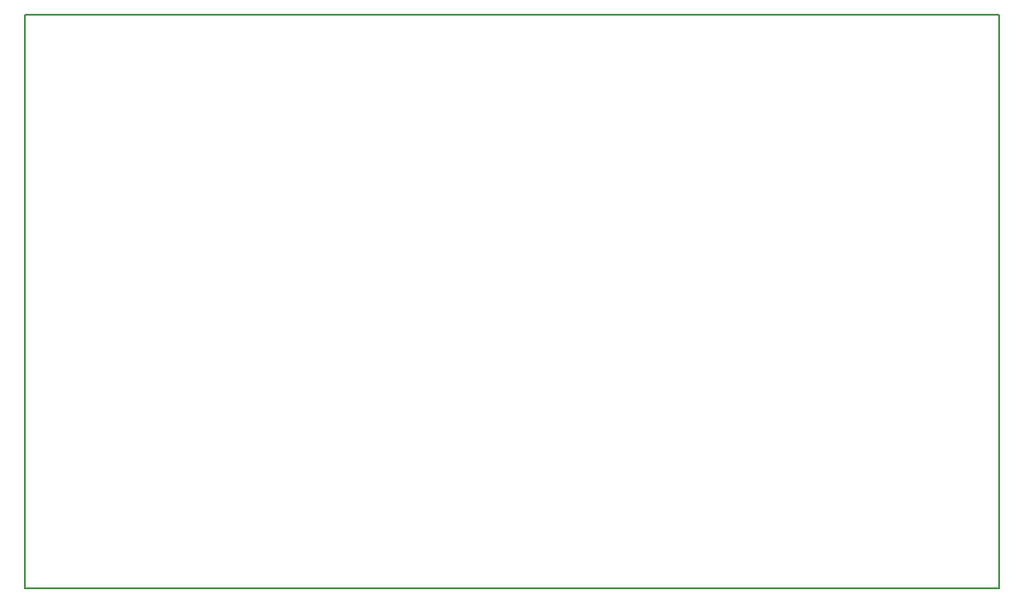
<source format=gbr>
G04 DipTrace 3.1.0.0*
G04 BoardOutline.gbr*
%MOIN*%
G04 #@! TF.FileFunction,Profile*
G04 #@! TF.Part,Single*
%ADD11C,0.005512*%
%FSLAX26Y26*%
G04*
G70*
G90*
G75*
G01*
G04 BoardOutline*
%LPD*%
X393701Y2468701D2*
D11*
X3918701D1*
Y393701D1*
X393701D1*
Y2468701D1*
M02*

</source>
